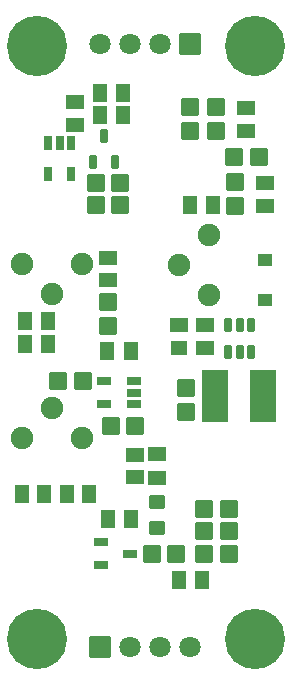
<source format=gts>
G04 Layer: TopSolderMaskLayer*
G04 EasyEDA v6.5.22, 2022-11-15 19:49:41*
G04 707d77357ed9460192f0bb31fbe9fbc2,9a5be75d700b4a6385dc1106f27949ae,10*
G04 Gerber Generator version 0.2*
G04 Scale: 100 percent, Rotated: No, Reflected: No *
G04 Dimensions in millimeters *
G04 leading zeros omitted , absolute positions ,4 integer and 5 decimal *
%FSLAX45Y45*%
%MOMM*%

%AMMACRO1*1,1,$1,$2,$3*1,1,$1,$4,$5*1,1,$1,0-$2,0-$3*1,1,$1,0-$4,0-$5*20,1,$1,$2,$3,$4,$5,0*20,1,$1,$4,$5,0-$2,0-$3,0*20,1,$1,0-$2,0-$3,0-$4,0-$5,0*20,1,$1,0-$4,0-$5,$2,$3,0*4,1,4,$2,$3,$4,$5,0-$2,0-$3,0-$4,0-$5,$2,$3,0*%
%ADD10MACRO1,0.1016X0.5663X0.6885X0.5663X-0.6885*%
%ADD11MACRO1,0.1016X-0.5663X0.6885X-0.5663X-0.6885*%
%ADD12C,1.9016*%
%ADD13MACRO1,0.1016X-0.5663X-0.6885X-0.5663X0.6885*%
%ADD14MACRO1,0.1016X0.5663X-0.6885X0.5663X0.6885*%
%ADD15MACRO1,0.1016X-0.3X-0.5X-0.3X0.5*%
%ADD16MACRO1,0.1016X0.675X-0.705X-0.675X-0.705*%
%ADD17MACRO1,0.1016X0.675X0.705X-0.675X0.705*%
%ADD18MACRO1,0.1016X0.705X0.675X0.705X-0.675*%
%ADD19MACRO1,0.1016X-0.705X0.675X-0.705X-0.675*%
%ADD20MACRO1,0.1016X-0.705X-0.675X-0.705X0.675*%
%ADD21MACRO1,0.1016X0.705X-0.675X0.705X0.675*%
%ADD22MACRO1,0.1016X0.6885X-0.5663X-0.6885X-0.5663*%
%ADD23MACRO1,0.1016X0.6885X0.5663X-0.6885X0.5663*%
%ADD24R,1.4786X1.2341*%
%ADD25MACRO1,0.1016X0.266X-0.536X-0.266X-0.536*%
%ADD26MACRO1,0.1016X0.535X-0.3X-0.535X-0.3*%
%ADD27MACRO1,0.1016X0.625X0.5X0.625X-0.5*%
%ADD28MACRO1,0.1016X-0.675X0.705X0.675X0.705*%
%ADD29MACRO1,0.1016X-0.675X-0.705X0.675X-0.705*%
%ADD30MACRO1,0.1016X0.575X0.475X0.575X-0.475*%
%ADD31MACRO1,0.1016X-0.266X-0.5188X0.266X-0.5188*%
%ADD32MACRO1,0.1016X-0.6885X0.5663X0.6885X0.5663*%
%ADD33MACRO1,0.1016X-0.6885X-0.5663X0.6885X-0.5663*%
%ADD34MACRO1,0.1016X1.062X2.11X1.062X-2.11*%
%ADD35MACRO1,0.1016X-1.062X2.11X-1.062X-2.11*%
%ADD36MACRO1,0.1016X-0.85X0.85X0.85X0.85*%
%ADD37C,1.8016*%
%ADD38MACRO1,0.1016X0.85X-0.85X-0.85X-0.85*%
%ADD39MACRO1,0.1016X-0.5X0.3X0.5X0.3*%
%ADD40C,5.1016*%

%LPD*%
D10*
G01*
X2435989Y-11665577D03*
D11*
G01*
X2635999Y-11665577D03*
D12*
G01*
X1711401Y-12394869D03*
G01*
X1965401Y-12140869D03*
G01*
X2219401Y-12394869D03*
D13*
G01*
X1903524Y-12870174D03*
D14*
G01*
X1710270Y-12870174D03*
D15*
G01*
X2126995Y-10163009D03*
G01*
X1937003Y-10163009D03*
G01*
X1937003Y-9902990D03*
G01*
X2032000Y-9902990D03*
G01*
X2126995Y-9902990D03*
D16*
G01*
X3138170Y-9600257D03*
D17*
G01*
X3138170Y-9800262D03*
D18*
G01*
X2020895Y-11919176D03*
D19*
G01*
X2226894Y-11919176D03*
D20*
G01*
X3016397Y-13377372D03*
D21*
G01*
X2816392Y-13377372D03*
D22*
G01*
X3265093Y-11438773D03*
D23*
G01*
X3265093Y-11638782D03*
D22*
G01*
X3043194Y-11438773D03*
D24*
G01*
X3043199Y-11638787D03*
D13*
G01*
X2572694Y-9668510D03*
D14*
G01*
X2372685Y-9668510D03*
D25*
G01*
X3650995Y-11442090D03*
G01*
X3556000Y-11442090D03*
G01*
X3461004Y-11442090D03*
G01*
X3461004Y-11671909D03*
G01*
X3556000Y-11671909D03*
G01*
X3650995Y-11671909D03*
D26*
G01*
X2380795Y-13282376D03*
G01*
X2380795Y-13472368D03*
G01*
X2627795Y-13377372D03*
D22*
G01*
X2857200Y-12536495D03*
D23*
G01*
X2857200Y-12736504D03*
D13*
G01*
X2640004Y-13081000D03*
D14*
G01*
X2439995Y-13081000D03*
D27*
G01*
X2857200Y-13158604D03*
G01*
X2857200Y-12938589D03*
D20*
G01*
X3716792Y-10017180D03*
D21*
G01*
X3510793Y-10017180D03*
D28*
G01*
X3518692Y-10437180D03*
D29*
G01*
X3518692Y-10231180D03*
D18*
G01*
X2337894Y-10429278D03*
D19*
G01*
X2543893Y-10429278D03*
D20*
G01*
X3463193Y-12996974D03*
D21*
G01*
X3257194Y-12996974D03*
D18*
G01*
X2464694Y-12299576D03*
D19*
G01*
X2670693Y-12299576D03*
D16*
G01*
X2440894Y-11245578D03*
D17*
G01*
X2440894Y-11451577D03*
D20*
G01*
X3463193Y-13187474D03*
D21*
G01*
X3257194Y-13187474D03*
D28*
G01*
X3106592Y-12180674D03*
D29*
G01*
X3106592Y-11974675D03*
D16*
G01*
X3360193Y-9597181D03*
D17*
G01*
X3360193Y-9803180D03*
D20*
G01*
X3463193Y-13377974D03*
D21*
G01*
X3257194Y-13377974D03*
D30*
G01*
X3772293Y-11232517D03*
G01*
X3772293Y-10894037D03*
D31*
G01*
X2314195Y-10063905D03*
G01*
X2504194Y-10063905D03*
G01*
X2409195Y-9843654D03*
D12*
G01*
X2222500Y-10922000D03*
G01*
X1968500Y-11176000D03*
G01*
X1714500Y-10922000D03*
G01*
X3296996Y-11190478D03*
G01*
X3042996Y-10936478D03*
G01*
X3296996Y-10682478D03*
D13*
G01*
X1935223Y-11602176D03*
D14*
G01*
X1741970Y-11602176D03*
D13*
G01*
X2283922Y-12870174D03*
D14*
G01*
X2090668Y-12870174D03*
D18*
G01*
X2337894Y-10239080D03*
D19*
G01*
X2543893Y-10239080D03*
D32*
G01*
X2159000Y-9748626D03*
D33*
G01*
X2159000Y-9555373D03*
D10*
G01*
X2375969Y-9478281D03*
D11*
G01*
X2569222Y-9478281D03*
D32*
G01*
X2440894Y-11064803D03*
D33*
G01*
X2440894Y-10871550D03*
D10*
G01*
X1741970Y-11411976D03*
D11*
G01*
X1935223Y-11411976D03*
D32*
G01*
X2667000Y-12733126D03*
D33*
G01*
X2667000Y-12539873D03*
D32*
G01*
X3613792Y-9796807D03*
D33*
G01*
X3613792Y-9603554D03*
D34*
G01*
X3350399Y-12045975D03*
D35*
G01*
X3750383Y-12045975D03*
D14*
G01*
X3041667Y-13599267D03*
D13*
G01*
X3234921Y-13599267D03*
G01*
X3330021Y-10429278D03*
D14*
G01*
X3136767Y-10429278D03*
D36*
G01*
X2376893Y-14169069D03*
D37*
G01*
X2630881Y-14169059D03*
G01*
X2884881Y-14169059D03*
G01*
X3138881Y-14169059D03*
D32*
G01*
X3772293Y-10430807D03*
D33*
G01*
X3772293Y-10237553D03*
D38*
G01*
X3138893Y-9066182D03*
D37*
G01*
X2884881Y-9066174D03*
G01*
X2630881Y-9066174D03*
G01*
X2376881Y-9066174D03*
D39*
G01*
X2405984Y-12109272D03*
G01*
X2405984Y-11919280D03*
G01*
X2666004Y-11919280D03*
G01*
X2666004Y-12014276D03*
G01*
X2666004Y-12109272D03*
D40*
G01*
X3683000Y-9080500D03*
G01*
X1841500Y-9080500D03*
G01*
X1841500Y-14097000D03*
G01*
X3683000Y-14097000D03*
M02*

</source>
